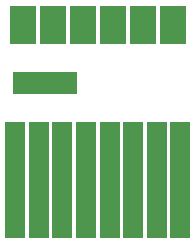
<source format=gts>
G04*
G04 Format:               Gerber RS-274X*
G04 Export Settings:      (default)*
G04 Layer:                TopSolderMask*
G04 This File Name:       wii_to_snesmultiout.gts*
G04 Source File Name:     wii_to_snesmultiout.rrb*
G04 Unique ID:            a9f98a6f-7b16-41eb-b503-fa8c6335f000*
G04 Generated Date:       Tuesday, 10 July 2018 14:25:27*
G04*
G04 Created Using:        Robot Room Copper Connection v3.0.5875*
G04 Software Contact:     http://www.robotroom.com/CopperConnection/Support.aspx*
G04 License Number:       1880*
G04*
G04 Zero Suppression:     Leading*
G04 Number Precision:     2.4*
G04*
G04 Polarity:             Negative. Dark is solderable. Clear space is coating.*
G04*
%FSLAX24Y24*%
%MOIN*%
%LNTopSolderMask*%
%ADD10R,.006X.006*%
%ADD11R,.007X.007*%
%ADD12R,.0454X.073*%
%ADD13R,.0691X.388*%
%ADD14R,.085X.1313*%
G36*
G01X-263Y-1610D02*
X1755D01*
Y-2250D01*
X-263D01*
Y-1610D01*
G37*
D12*
X315Y-1932D03*
X-103D03*
X733D03*
X1152D03*
X1575D03*
D13*
X-256Y-5170D03*
X531D03*
X1319D03*
X2106D03*
X2894D03*
X3681D03*
X4469D03*
X5256D03*
D14*
X4000Y0D03*
X5000D03*
X2000D03*
X3000D03*
X0D03*
X1000D03*
M02*

</source>
